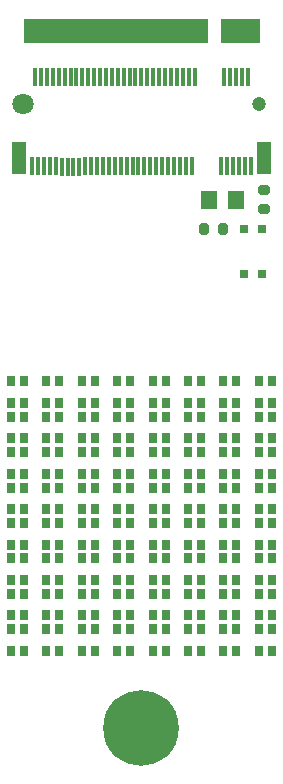
<source format=gbr>
%TF.GenerationSoftware,KiCad,Pcbnew,7.0.5*%
%TF.CreationDate,2023-09-01T16:08:52-05:00*%
%TF.ProjectId,Chimera_0004_Aurora,4368696d-6572-4615-9f30-3030345f4175,rev?*%
%TF.SameCoordinates,Original*%
%TF.FileFunction,Soldermask,Top*%
%TF.FilePolarity,Negative*%
%FSLAX46Y46*%
G04 Gerber Fmt 4.6, Leading zero omitted, Abs format (unit mm)*
G04 Created by KiCad (PCBNEW 7.0.5) date 2023-09-01 16:08:52*
%MOMM*%
%LPD*%
G01*
G04 APERTURE LIST*
G04 Aperture macros list*
%AMRoundRect*
0 Rectangle with rounded corners*
0 $1 Rounding radius*
0 $2 $3 $4 $5 $6 $7 $8 $9 X,Y pos of 4 corners*
0 Add a 4 corners polygon primitive as box body*
4,1,4,$2,$3,$4,$5,$6,$7,$8,$9,$2,$3,0*
0 Add four circle primitives for the rounded corners*
1,1,$1+$1,$2,$3*
1,1,$1+$1,$4,$5*
1,1,$1+$1,$6,$7*
1,1,$1+$1,$8,$9*
0 Add four rect primitives between the rounded corners*
20,1,$1+$1,$2,$3,$4,$5,0*
20,1,$1+$1,$4,$5,$6,$7,0*
20,1,$1+$1,$6,$7,$8,$9,0*
20,1,$1+$1,$8,$9,$2,$3,0*%
G04 Aperture macros list end*
%ADD10C,0.100000*%
%ADD11R,1.335001X1.500000*%
%ADD12C,3.600000*%
%ADD13C,6.400000*%
%ADD14R,0.700000X0.900000*%
%ADD15C,1.200000*%
%ADD16C,1.800000*%
%ADD17R,0.300000X1.550013*%
%ADD18R,0.300000X1.524003*%
%ADD19R,1.300000X2.800000*%
%ADD20RoundRect,0.200000X-0.275000X0.200000X-0.275000X-0.200000X0.275000X-0.200000X0.275000X0.200000X0*%
%ADD21RoundRect,0.200000X-0.200000X-0.275000X0.200000X-0.275000X0.200000X0.275000X-0.200000X0.275000X0*%
%ADD22R,0.800000X0.800000*%
G04 APERTURE END LIST*
%TO.C,U2*%
D10*
X122425000Y-91900000D02*
X119225000Y-91900000D01*
X119225000Y-89900000D01*
X122425000Y-89900000D01*
X122425000Y-91900000D01*
G36*
X122425000Y-91900000D02*
G01*
X119225000Y-91900000D01*
X119225000Y-89900000D01*
X122425000Y-89900000D01*
X122425000Y-91900000D01*
G37*
X118025000Y-91900000D02*
X102575000Y-91900000D01*
X102575000Y-89900000D01*
X118025000Y-89900000D01*
X118025000Y-91900000D01*
G36*
X118025000Y-91900000D02*
G01*
X102575000Y-91900000D01*
X102575000Y-89900000D01*
X118025000Y-89900000D01*
X118025000Y-91900000D01*
G37*
%TD*%
D11*
%TO.C,F1*%
X120542494Y-105200000D03*
X118257506Y-105200000D03*
%TD*%
D12*
%TO.C,H1*%
X112500000Y-149900000D03*
D13*
X112500000Y-149900000D03*
%TD*%
D14*
%TO.C,LED72*%
X122449962Y-131415037D03*
X123550038Y-131415037D03*
X123550038Y-129584963D03*
X122449962Y-129584963D03*
%TD*%
%TO.C,LED71*%
X119449962Y-137415037D03*
X120550038Y-137415037D03*
X120550038Y-135584963D03*
X119449962Y-135584963D03*
%TD*%
%TO.C,LED68*%
X122449962Y-128415037D03*
X123550038Y-128415037D03*
X123550038Y-126584963D03*
X122449962Y-126584963D03*
%TD*%
%TO.C,LED67*%
X119449962Y-134415037D03*
X120550038Y-134415037D03*
X120550038Y-132584963D03*
X119449962Y-132584963D03*
%TD*%
%TO.C,LED65*%
X122449962Y-143415037D03*
X123550038Y-143415037D03*
X123550038Y-141584963D03*
X122449962Y-141584963D03*
%TD*%
%TO.C,LED64*%
X122449962Y-125415037D03*
X123550038Y-125415037D03*
X123550038Y-123584963D03*
X122449962Y-123584963D03*
%TD*%
%TO.C,LED63*%
X119449962Y-131415037D03*
X120550038Y-131415037D03*
X120550038Y-129584963D03*
X119449962Y-129584963D03*
%TD*%
%TO.C,LED61*%
X122449962Y-140415037D03*
X123550038Y-140415037D03*
X123550038Y-138584963D03*
X122449962Y-138584963D03*
%TD*%
%TO.C,LED60*%
X122449962Y-122415037D03*
X123550038Y-122415037D03*
X123550038Y-120584963D03*
X122449962Y-120584963D03*
%TD*%
%TO.C,LED59*%
X119449962Y-128415037D03*
X120550038Y-128415037D03*
X120550038Y-126584963D03*
X119449962Y-126584963D03*
%TD*%
%TO.C,LED57*%
X122449962Y-137415037D03*
X123550038Y-137415037D03*
X123550038Y-135584963D03*
X122449962Y-135584963D03*
%TD*%
%TO.C,LED56*%
X119449962Y-143415037D03*
X120550038Y-143415037D03*
X120550038Y-141584963D03*
X119449962Y-141584963D03*
%TD*%
%TO.C,LED55*%
X119449962Y-125415037D03*
X120550038Y-125415037D03*
X120550038Y-123584963D03*
X119449962Y-123584963D03*
%TD*%
%TO.C,LED53*%
X122449962Y-134415037D03*
X123550038Y-134415037D03*
X123550038Y-132584963D03*
X122449962Y-132584963D03*
%TD*%
%TO.C,LED52*%
X119449962Y-140415037D03*
X120550038Y-140415037D03*
X120550038Y-138584963D03*
X119449962Y-138584963D03*
%TD*%
%TO.C,LED51*%
X119449962Y-122415037D03*
X120550038Y-122415037D03*
X120550038Y-120584963D03*
X119449962Y-120584963D03*
%TD*%
%TO.C,LED50*%
X116449962Y-143415037D03*
X117550038Y-143415037D03*
X117550038Y-141584963D03*
X116449962Y-141584963D03*
%TD*%
%TO.C,LED49*%
X116449962Y-125415037D03*
X117550038Y-125415037D03*
X117550038Y-123584963D03*
X116449962Y-123584963D03*
%TD*%
%TO.C,LED48*%
X113449962Y-131415037D03*
X114550038Y-131415037D03*
X114550038Y-129584963D03*
X113449962Y-129584963D03*
%TD*%
%TO.C,LED47*%
X110449962Y-137415037D03*
X111550038Y-137415037D03*
X111550038Y-135584963D03*
X110449962Y-135584963D03*
%TD*%
%TO.C,LED46*%
X116449962Y-140415037D03*
X117550038Y-140415037D03*
X117550038Y-138584963D03*
X116449962Y-138584963D03*
%TD*%
%TO.C,LED45*%
X116449962Y-122415037D03*
X117550038Y-122415037D03*
X117550038Y-120584963D03*
X116449962Y-120584963D03*
%TD*%
%TO.C,LED44*%
X113449962Y-128415037D03*
X114550038Y-128415037D03*
X114550038Y-126584963D03*
X113449962Y-126584963D03*
%TD*%
%TO.C,LED43*%
X110449962Y-134415037D03*
X111550038Y-134415037D03*
X111550038Y-132584963D03*
X110449962Y-132584963D03*
%TD*%
%TO.C,LED42*%
X116449962Y-137415037D03*
X117550038Y-137415037D03*
X117550038Y-135584963D03*
X116449962Y-135584963D03*
%TD*%
%TO.C,LED41*%
X113449962Y-143415037D03*
X114550038Y-143415037D03*
X114550038Y-141584963D03*
X113449962Y-141584963D03*
%TD*%
%TO.C,LED40*%
X113449962Y-125415037D03*
X114550038Y-125415037D03*
X114550038Y-123584963D03*
X113449962Y-123584963D03*
%TD*%
%TO.C,LED39*%
X110449962Y-131415037D03*
X111550038Y-131415037D03*
X111550038Y-129584963D03*
X110449962Y-129584963D03*
%TD*%
%TO.C,LED38*%
X116449962Y-134415037D03*
X117550038Y-134415037D03*
X117550038Y-132584963D03*
X116449962Y-132584963D03*
%TD*%
%TO.C,LED37*%
X113449962Y-140415037D03*
X114550038Y-140415037D03*
X114550038Y-138584963D03*
X113449962Y-138584963D03*
%TD*%
%TO.C,LED36*%
X113449962Y-122415037D03*
X114550038Y-122415037D03*
X114550038Y-120584963D03*
X113449962Y-120584963D03*
%TD*%
%TO.C,LED35*%
X110449962Y-128415037D03*
X111550038Y-128415037D03*
X111550038Y-126584963D03*
X110449962Y-126584963D03*
%TD*%
%TO.C,LED34*%
X116449962Y-131415037D03*
X117550038Y-131415037D03*
X117550038Y-129584963D03*
X116449962Y-129584963D03*
%TD*%
%TO.C,LED33*%
X113449962Y-137415037D03*
X114550038Y-137415037D03*
X114550038Y-135584963D03*
X113449962Y-135584963D03*
%TD*%
%TO.C,LED32*%
X110449962Y-143415037D03*
X111550038Y-143415037D03*
X111550038Y-141584963D03*
X110449962Y-141584963D03*
%TD*%
%TO.C,LED31*%
X110449962Y-125415037D03*
X111550038Y-125415037D03*
X111550038Y-123584963D03*
X110449962Y-123584963D03*
%TD*%
%TO.C,LED30*%
X116449962Y-128415037D03*
X117550038Y-128415037D03*
X117550038Y-126584963D03*
X116449962Y-126584963D03*
%TD*%
%TO.C,LED29*%
X113449962Y-134415037D03*
X114550038Y-134415037D03*
X114550038Y-132584963D03*
X113449962Y-132584963D03*
%TD*%
%TO.C,LED28*%
X110449962Y-140415037D03*
X111550038Y-140415037D03*
X111550038Y-138584963D03*
X110449962Y-138584963D03*
%TD*%
%TO.C,LED27*%
X110449962Y-122415037D03*
X111550038Y-122415037D03*
X111550038Y-120584963D03*
X110449962Y-120584963D03*
%TD*%
%TO.C,LED21*%
X107449962Y-126584963D03*
X108550038Y-126584963D03*
X108550038Y-128415037D03*
X107449962Y-128415037D03*
%TD*%
%TO.C,LED23*%
X107449962Y-132584963D03*
X108550038Y-132584963D03*
X108550038Y-134415037D03*
X107449962Y-134415037D03*
%TD*%
%TO.C,LED26*%
X107449962Y-141584963D03*
X108550038Y-141584963D03*
X108550038Y-143415037D03*
X107449962Y-143415037D03*
%TD*%
%TO.C,LED25*%
X107449962Y-138584963D03*
X108550038Y-138584963D03*
X108550038Y-140415037D03*
X107449962Y-140415037D03*
%TD*%
%TO.C,LED22*%
X107449962Y-129584963D03*
X108550038Y-129584963D03*
X108550038Y-131415037D03*
X107449962Y-131415037D03*
%TD*%
%TO.C,LED24*%
X107449962Y-135584963D03*
X108550038Y-135584963D03*
X108550038Y-137415037D03*
X107449962Y-137415037D03*
%TD*%
%TO.C,LED8*%
X101449962Y-137415037D03*
X102550038Y-137415037D03*
X102550038Y-135584963D03*
X101449962Y-135584963D03*
%TD*%
%TO.C,LED11*%
X104449962Y-122415037D03*
X105550038Y-122415037D03*
X105550038Y-120584963D03*
X104449962Y-120584963D03*
%TD*%
%TO.C,LED14*%
X104449962Y-131415037D03*
X105550038Y-131415037D03*
X105550038Y-129584963D03*
X104449962Y-129584963D03*
%TD*%
%TO.C,LED20*%
X107449962Y-125415037D03*
X108550038Y-125415037D03*
X108550038Y-123584963D03*
X107449962Y-123584963D03*
%TD*%
%TO.C,LED5*%
X101449962Y-128415037D03*
X102550038Y-128415037D03*
X102550038Y-126584963D03*
X101449962Y-126584963D03*
%TD*%
%TO.C,LED6*%
X101449962Y-131415037D03*
X102550038Y-131415037D03*
X102550038Y-129584963D03*
X101449962Y-129584963D03*
%TD*%
%TO.C,LED19*%
X107449962Y-122415037D03*
X108550038Y-122415037D03*
X108550038Y-120584963D03*
X107449962Y-120584963D03*
%TD*%
%TO.C,LED4*%
X101449962Y-125415037D03*
X102550038Y-125415037D03*
X102550038Y-123584963D03*
X101449962Y-123584963D03*
%TD*%
%TO.C,LED3*%
X101449962Y-122415037D03*
X102550038Y-122415037D03*
X102550038Y-120584963D03*
X101449962Y-120584963D03*
%TD*%
%TO.C,LED12*%
X104449962Y-125415037D03*
X105550038Y-125415037D03*
X105550038Y-123584963D03*
X104449962Y-123584963D03*
%TD*%
%TO.C,LED13*%
X104449962Y-128415037D03*
X105550038Y-128415037D03*
X105550038Y-126584963D03*
X104449962Y-126584963D03*
%TD*%
%TO.C,LED7*%
X101449962Y-134415037D03*
X102550038Y-134415037D03*
X102550038Y-132584963D03*
X101449962Y-132584963D03*
%TD*%
%TO.C,LED15*%
X104449962Y-132584963D03*
X105550038Y-132584963D03*
X105550038Y-134415037D03*
X104449962Y-134415037D03*
%TD*%
%TO.C,LED16*%
X104449962Y-135584963D03*
X105550038Y-135584963D03*
X105550038Y-137415037D03*
X104449962Y-137415037D03*
%TD*%
%TO.C,LED10*%
X101449962Y-141584963D03*
X102550038Y-141584963D03*
X102550038Y-143415037D03*
X101449962Y-143415037D03*
%TD*%
%TO.C,LED17*%
X104449962Y-140415037D03*
X105550038Y-140415037D03*
X105550038Y-138584963D03*
X104449962Y-138584963D03*
%TD*%
%TO.C,LED18*%
X104449962Y-143415037D03*
X105550038Y-143415037D03*
X105550038Y-141584963D03*
X104449962Y-141584963D03*
%TD*%
%TO.C,LED9*%
X101449962Y-138584963D03*
X102550038Y-138584963D03*
X102550038Y-140415037D03*
X101449962Y-140415037D03*
%TD*%
D15*
%TO.C,CN1*%
X122499900Y-97125200D03*
D16*
X102499900Y-97125200D03*
D17*
X121749836Y-102400029D03*
X121499900Y-94850117D03*
X121249964Y-102400029D03*
X120999773Y-94850117D03*
X120749836Y-102400029D03*
X120499900Y-94850117D03*
X120249964Y-102400029D03*
X119999773Y-94850117D03*
X119749836Y-102400029D03*
X119499900Y-94850117D03*
X119249964Y-102400029D03*
X116999773Y-94850117D03*
X116749836Y-102400029D03*
X116499900Y-94850117D03*
X116249964Y-102400029D03*
X115999773Y-94850117D03*
X115749836Y-102400029D03*
X115499900Y-94850117D03*
X115249964Y-102400029D03*
X114999773Y-94850117D03*
X114749836Y-102400029D03*
X114499900Y-94850117D03*
X114249964Y-102400029D03*
X113999773Y-94850117D03*
X113749836Y-102400029D03*
X113499900Y-94850117D03*
X113249964Y-102400029D03*
X112999773Y-94850117D03*
X112749836Y-102400029D03*
X112499900Y-94850117D03*
X112249964Y-102400029D03*
X111999773Y-94850117D03*
X111749836Y-102400029D03*
X111499900Y-94850371D03*
X111249964Y-102400029D03*
X110999773Y-94850371D03*
X110749836Y-102400029D03*
X110499900Y-94850371D03*
X110249964Y-102400029D03*
X109999773Y-94850371D03*
X109749836Y-102400029D03*
X109499900Y-94850371D03*
X109249964Y-102400029D03*
X108999773Y-94850371D03*
X108749836Y-102400029D03*
X108499900Y-94850371D03*
X108249964Y-102400029D03*
X107999773Y-94850371D03*
X107749836Y-102400029D03*
X107499900Y-94850371D03*
D18*
X107249964Y-102400283D03*
X106999773Y-94850371D03*
X106749836Y-102400283D03*
X106499900Y-94850371D03*
X106249964Y-102400283D03*
X105999773Y-94850371D03*
X105749836Y-102400283D03*
X105499900Y-94850371D03*
D17*
X105249964Y-102400029D03*
X104999773Y-94850371D03*
X104749836Y-102400029D03*
X104499900Y-94850371D03*
X104249964Y-102400029D03*
X103999773Y-94850371D03*
X103749836Y-102400029D03*
X103499900Y-94850371D03*
X103249964Y-102400029D03*
D19*
X102149887Y-101675111D03*
X122849913Y-101675111D03*
%TD*%
D20*
%TO.C,R1*%
X122850000Y-106000000D03*
X122850000Y-104350000D03*
%TD*%
D21*
%TO.C,R2*%
X119425000Y-107700000D03*
X117775000Y-107700000D03*
%TD*%
D22*
%TO.C,LED1*%
X121150533Y-107678429D03*
X122749467Y-107671571D03*
%TD*%
%TO.C,LED2*%
X121150533Y-111478429D03*
X122749467Y-111471571D03*
%TD*%
M02*

</source>
